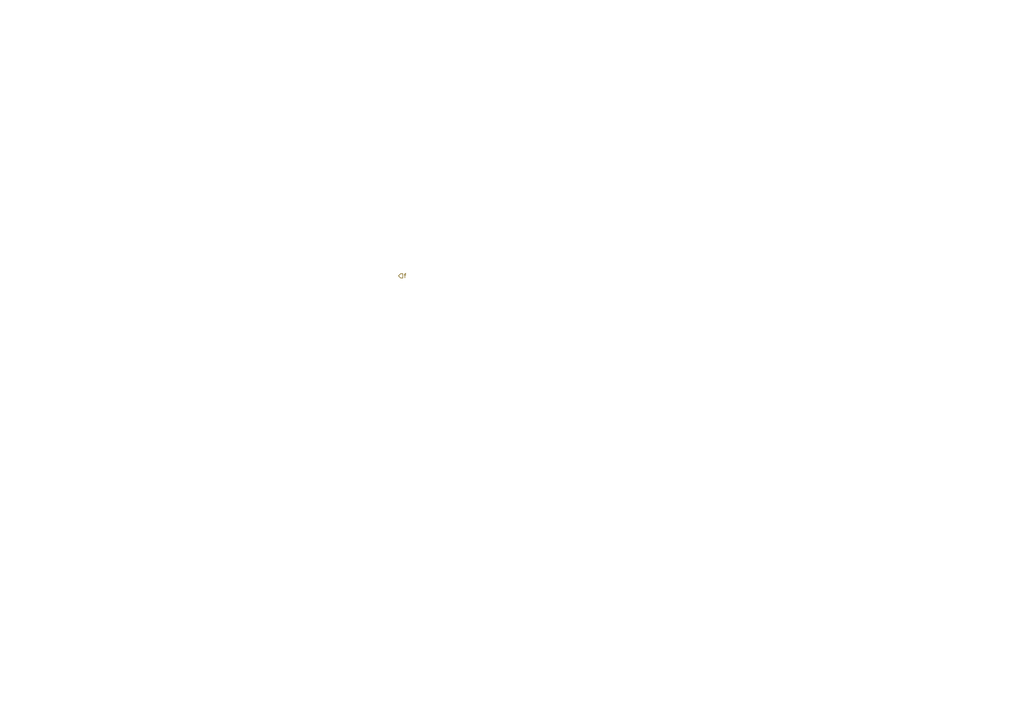
<source format=kicad_sch>
(kicad_sch (version 20230121) (generator eeschema)
  (paper "A4")
  (lib_symbols)
  (hierarchical_label "f" (shape input) (at 115.57 80.01 0))
)
</source>
